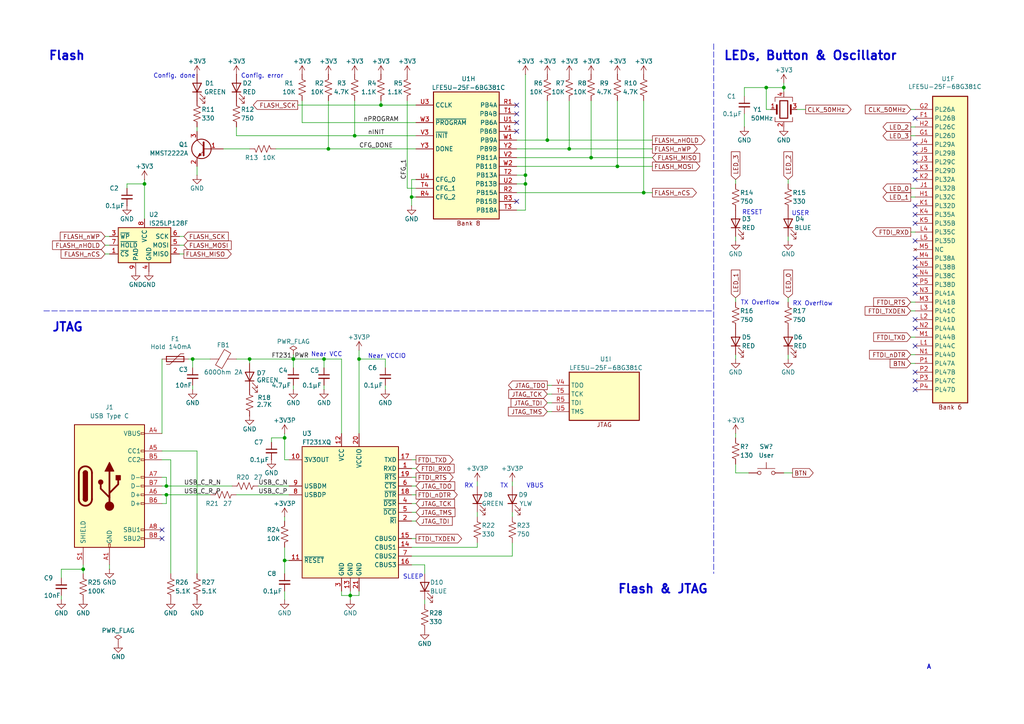
<source format=kicad_sch>
(kicad_sch (version 20231120) (generator "eeschema") (generator_version "8.0")
  (paper "A4")
  (junction (at 85.09 104.14))
  (junction (at 227.33 25.4))
  (junction (at 101.6 172.72))
  (junction (at 95.25 43.18))
  (junction (at 24.13 165.1))
  (junction (at 186.69 55.88))
  (junction (at 165.1 43.18))
  (junction (at 82.55 127))
  (junction (at 119.38 57.15))
  (junction (at 72.39 104.14))
  (junction (at 171.45 45.72))
  (junction (at 222.25 25.4))
  (junction (at 158.75 40.64))
  (junction (at 152.4 53.34))
  (junction (at 179.07 48.26))
  (junction (at 102.87 39.37))
  (junction (at 41.91 53.34))
  (junction (at 48.26 140.97))
  (junction (at 104.14 104.14))
  (junction (at 48.26 143.51))
  (junction (at 110.49 30.48))
  (junction (at 55.88 104.14))
  (junction (at 93.98 104.14))
  (junction (at 152.4 50.8))
  (junction (at 82.55 162.56))
  (no_connect (at 46.99 156.21))
  (no_connect (at 265.43 52.07))
  (no_connect (at 265.43 69.85))
  (no_connect (at 149.86 30.48))
  (no_connect (at 265.43 80.01))
  (no_connect (at 149.86 38.1))
  (no_connect (at 265.43 46.99))
  (no_connect (at 265.43 62.23))
  (no_connect (at 265.43 107.95))
  (no_connect (at 265.43 49.53))
  (no_connect (at 149.86 33.02))
  (no_connect (at 265.43 64.77))
  (no_connect (at 265.43 77.47))
  (no_connect (at 265.43 100.33))
  (no_connect (at 265.43 95.25))
  (no_connect (at 149.86 58.42))
  (no_connect (at 265.43 110.49))
  (no_connect (at 265.43 92.71))
  (no_connect (at 46.99 153.67))
  (no_connect (at 265.43 41.91))
  (no_connect (at 149.86 35.56))
  (no_connect (at 265.43 113.03))
  (no_connect (at 265.43 85.09))
  (no_connect (at 265.43 74.93))
  (no_connect (at 265.43 82.55))
  (no_connect (at 265.43 34.29))
  (no_connect (at 265.43 59.69))
  (no_connect (at 265.43 44.45))
  (wire (pts (xy 186.69 55.88) (xy 189.23 55.88)))
  (wire (pts (xy 55.88 104.14) (xy 55.88 106.68)))
  (wire (pts (xy 165.1 43.18) (xy 189.23 43.18)))
  (wire (pts (xy 46.99 146.05) (xy 48.26 146.05)))
  (wire (pts (xy 264.16 87.63) (xy 265.43 87.63)))
  (wire (pts (xy 46.99 130.81) (xy 57.15 130.81)))
  (wire (pts (xy 82.55 158.75) (xy 82.55 162.56)))
  (wire (pts (xy 119.38 161.29) (xy 148.59 161.29)))
  (wire (pts (xy 52.07 71.12) (xy 53.34 71.12)))
  (wire (pts (xy 158.75 116.84) (xy 160.02 116.84)))
  (wire (pts (xy 119.38 156.21) (xy 120.65 156.21)))
  (wire (pts (xy 222.25 25.4) (xy 227.33 25.4)))
  (wire (pts (xy 119.38 138.43) (xy 120.65 138.43)))
  (wire (pts (xy 101.6 172.72) (xy 104.14 172.72)))
  (wire (pts (xy 119.38 57.15) (xy 119.38 59.69)))
  (wire (pts (xy 264.16 67.31) (xy 265.43 67.31)))
  (wire (pts (xy 41.91 52.07) (xy 41.91 53.34)))
  (wire (pts (xy 74.93 140.97) (xy 83.82 140.97)))
  (wire (pts (xy 186.69 29.21) (xy 186.69 55.88)))
  (wire (pts (xy 215.9 36.83) (xy 215.9 33.02)))
  (wire (pts (xy 222.25 31.75) (xy 222.25 25.4)))
  (wire (pts (xy 148.59 161.29) (xy 148.59 157.48)))
  (wire (pts (xy 85.09 104.14) (xy 93.98 104.14)))
  (wire (pts (xy 93.98 111.76) (xy 93.98 113.03)))
  (wire (pts (xy 149.86 40.64) (xy 158.75 40.64)))
  (wire (pts (xy 119.38 148.59) (xy 120.65 148.59)))
  (wire (pts (xy 104.14 101.6) (xy 104.14 104.14)))
  (wire (pts (xy 138.43 139.7) (xy 138.43 140.97)))
  (wire (pts (xy 213.36 137.16) (xy 217.17 137.16)))
  (wire (pts (xy 111.76 104.14) (xy 111.76 106.68)))
  (wire (pts (xy 148.59 148.59) (xy 148.59 149.86)))
  (wire (pts (xy 228.6 68.58) (xy 228.6 69.85)))
  (wire (pts (xy 24.13 163.83) (xy 24.13 165.1)))
  (wire (pts (xy 138.43 158.75) (xy 138.43 157.48)))
  (wire (pts (xy 213.36 125.73) (xy 213.36 127)))
  (wire (pts (xy 31.75 163.83) (xy 31.75 165.1)))
  (wire (pts (xy 228.6 102.87) (xy 228.6 104.14)))
  (wire (pts (xy 78.74 127) (xy 82.55 127)))
  (wire (pts (xy 102.87 39.37) (xy 102.87 29.21)))
  (wire (pts (xy 264.16 39.37) (xy 265.43 39.37)))
  (wire (pts (xy 165.1 29.21) (xy 165.1 43.18)))
  (wire (pts (xy 264.16 57.15) (xy 265.43 57.15)))
  (wire (pts (xy 119.38 158.75) (xy 138.43 158.75)))
  (wire (pts (xy 120.65 52.07) (xy 119.38 52.07)))
  (wire (pts (xy 158.75 114.3) (xy 160.02 114.3)))
  (wire (pts (xy 152.4 60.96) (xy 152.4 53.34)))
  (wire (pts (xy 227.33 25.4) (xy 227.33 26.67)))
  (polyline (pts (xy 207.01 12.7) (xy 207.01 166.37)) (stroke (width 0) (type dash)))
  (wire (pts (xy 123.19 173.99) (xy 123.19 175.26)))
  (wire (pts (xy 57.15 50.8) (xy 57.15 48.26)))
  (wire (pts (xy 85.09 104.14) (xy 85.09 102.87)))
  (wire (pts (xy 95.25 43.18) (xy 95.25 29.21)))
  (wire (pts (xy 110.49 29.21) (xy 110.49 30.48)))
  (wire (pts (xy 86.36 30.48) (xy 110.49 30.48)))
  (wire (pts (xy 82.55 125.73) (xy 82.55 127)))
  (wire (pts (xy 83.82 133.35) (xy 82.55 133.35)))
  (polyline (pts (xy 12.7 90.17) (xy 207.01 90.17)) (stroke (width 0) (type dash)))
  (wire (pts (xy 104.14 104.14) (xy 111.76 104.14)))
  (wire (pts (xy 68.58 104.14) (xy 72.39 104.14)))
  (wire (pts (xy 17.78 165.1) (xy 24.13 165.1)))
  (wire (pts (xy 46.99 143.51) (xy 48.26 143.51)))
  (wire (pts (xy 213.36 68.58) (xy 213.36 69.85)))
  (wire (pts (xy 93.98 104.14) (xy 93.98 106.68)))
  (wire (pts (xy 119.38 135.89) (xy 120.65 135.89)))
  (wire (pts (xy 52.07 73.66) (xy 53.34 73.66)))
  (wire (pts (xy 57.15 36.83) (xy 57.15 38.1)))
  (wire (pts (xy 48.26 143.51) (xy 48.26 146.05)))
  (wire (pts (xy 149.86 60.96) (xy 152.4 60.96)))
  (wire (pts (xy 119.38 140.97) (xy 120.65 140.97)))
  (wire (pts (xy 119.38 163.83) (xy 123.19 163.83)))
  (wire (pts (xy 213.36 87.63) (xy 213.36 86.36)))
  (wire (pts (xy 30.48 73.66) (xy 31.75 73.66)))
  (wire (pts (xy 264.16 102.87) (xy 265.43 102.87)))
  (wire (pts (xy 82.55 162.56) (xy 82.55 166.37)))
  (wire (pts (xy 223.52 31.75) (xy 222.25 31.75)))
  (wire (pts (xy 179.07 48.26) (xy 189.23 48.26)))
  (wire (pts (xy 68.58 36.83) (xy 68.58 39.37)))
  (wire (pts (xy 158.75 40.64) (xy 189.23 40.64)))
  (wire (pts (xy 57.15 130.81) (xy 57.15 166.37)))
  (wire (pts (xy 104.14 172.72) (xy 104.14 171.45)))
  (wire (pts (xy 171.45 29.21) (xy 171.45 45.72)))
  (wire (pts (xy 228.6 53.34) (xy 228.6 52.07)))
  (wire (pts (xy 152.4 53.34) (xy 152.4 50.8)))
  (wire (pts (xy 80.01 43.18) (xy 95.25 43.18)))
  (wire (pts (xy 36.83 53.34) (xy 41.91 53.34)))
  (wire (pts (xy 54.61 104.14) (xy 55.88 104.14)))
  (wire (pts (xy 213.36 102.87) (xy 213.36 104.14)))
  (wire (pts (xy 87.63 35.56) (xy 87.63 29.21)))
  (wire (pts (xy 68.58 143.51) (xy 83.82 143.51)))
  (wire (pts (xy 48.26 143.51) (xy 60.96 143.51)))
  (wire (pts (xy 119.38 52.07) (xy 119.38 57.15)))
  (wire (pts (xy 215.9 25.4) (xy 222.25 25.4)))
  (wire (pts (xy 64.77 43.18) (xy 72.39 43.18)))
  (wire (pts (xy 264.16 36.83) (xy 265.43 36.83)))
  (wire (pts (xy 158.75 29.21) (xy 158.75 40.64)))
  (wire (pts (xy 82.55 162.56) (xy 83.82 162.56)))
  (wire (pts (xy 119.38 57.15) (xy 120.65 57.15)))
  (wire (pts (xy 46.99 104.14) (xy 46.99 125.73)))
  (wire (pts (xy 119.38 146.05) (xy 120.65 146.05)))
  (wire (pts (xy 228.6 87.63) (xy 228.6 86.36)))
  (wire (pts (xy 148.59 139.7) (xy 148.59 140.97)))
  (wire (pts (xy 213.36 53.34) (xy 213.36 52.07)))
  (wire (pts (xy 17.78 167.64) (xy 17.78 165.1)))
  (wire (pts (xy 82.55 171.45) (xy 82.55 173.99)))
  (wire (pts (xy 179.07 29.21) (xy 179.07 48.26)))
  (wire (pts (xy 52.07 68.58) (xy 53.34 68.58)))
  (wire (pts (xy 68.58 39.37) (xy 102.87 39.37)))
  (wire (pts (xy 215.9 27.94) (xy 215.9 25.4)))
  (wire (pts (xy 85.09 111.76) (xy 85.09 113.03)))
  (wire (pts (xy 111.76 111.76) (xy 111.76 113.03)))
  (wire (pts (xy 149.86 50.8) (xy 152.4 50.8)))
  (wire (pts (xy 149.86 55.88) (xy 186.69 55.88)))
  (wire (pts (xy 158.75 119.38) (xy 160.02 119.38)))
  (wire (pts (xy 110.49 30.48) (xy 120.65 30.48)))
  (wire (pts (xy 138.43 148.59) (xy 138.43 149.86)))
  (wire (pts (xy 99.06 104.14) (xy 99.06 125.73)))
  (wire (pts (xy 30.48 68.58) (xy 31.75 68.58)))
  (wire (pts (xy 120.65 43.18) (xy 95.25 43.18)))
  (wire (pts (xy 213.36 134.62) (xy 213.36 137.16)))
  (wire (pts (xy 82.55 149.86) (xy 82.55 151.13)))
  (wire (pts (xy 72.39 104.14) (xy 85.09 104.14)))
  (wire (pts (xy 36.83 53.34) (xy 36.83 54.61)))
  (wire (pts (xy 149.86 45.72) (xy 171.45 45.72)))
  (wire (pts (xy 118.11 29.21) (xy 118.11 54.61)))
  (wire (pts (xy 17.78 172.72) (xy 17.78 173.99)))
  (wire (pts (xy 87.63 35.56) (xy 120.65 35.56)))
  (wire (pts (xy 93.98 104.14) (xy 99.06 104.14)))
  (wire (pts (xy 46.99 133.35) (xy 49.53 133.35)))
  (wire (pts (xy 78.74 128.27) (xy 78.74 127)))
  (wire (pts (xy 227.33 24.13) (xy 227.33 25.4)))
  (wire (pts (xy 264.16 105.41) (xy 265.43 105.41)))
  (wire (pts (xy 41.91 53.34) (xy 41.91 63.5)))
  (wire (pts (xy 149.86 53.34) (xy 152.4 53.34)))
  (wire (pts (xy 264.16 90.17) (xy 265.43 90.17)))
  (wire (pts (xy 120.65 39.37) (xy 102.87 39.37)))
  (wire (pts (xy 55.88 104.14) (xy 60.96 104.14)))
  (wire (pts (xy 227.33 137.16) (xy 229.87 137.16)))
  (wire (pts (xy 99.06 171.45) (xy 99.06 172.72)))
  (wire (pts (xy 231.14 31.75) (xy 233.68 31.75)))
  (wire (pts (xy 24.13 165.1) (xy 24.13 166.37)))
  (wire (pts (xy 152.4 21.59) (xy 152.4 50.8)))
  (wire (pts (xy 48.26 138.43) (xy 48.26 140.97)))
  (wire (pts (xy 55.88 111.76) (xy 55.88 113.03)))
  (wire (pts (xy 119.38 143.51) (xy 120.65 143.51)))
  (wire (pts (xy 123.19 163.83) (xy 123.19 166.37)))
  (wire (pts (xy 85.09 104.14) (xy 85.09 106.68)))
  (wire (pts (xy 119.38 133.35) (xy 120.65 133.35)))
  (wire (pts (xy 99.06 172.72) (xy 101.6 172.72)))
  (wire (pts (xy 104.14 104.14) (xy 104.14 125.73)))
  (wire (pts (xy 149.86 48.26) (xy 179.07 48.26)))
  (wire (pts (xy 46.99 140.97) (xy 48.26 140.97)))
  (wire (pts (xy 101.6 173.99) (xy 101.6 172.72)))
  (wire (pts (xy 120.65 54.61) (xy 118.11 54.61)))
  (wire (pts (xy 119.38 151.13) (xy 120.65 151.13)))
  (wire (pts (xy 171.45 45.72) (xy 189.23 45.72)))
  (wire (pts (xy 48.26 140.97) (xy 67.31 140.97)))
  (wire (pts (xy 72.39 105.41) (xy 72.39 104.14)))
  (wire (pts (xy 264.16 97.79) (xy 265.43 97.79)))
  (wire (pts (xy 264.16 31.75) (xy 265.43 31.75)))
  (wire (pts (xy 158.75 111.76) (xy 160.02 111.76)))
  (wire (pts (xy 101.6 171.45) (xy 101.6 172.72)))
  (wire (pts (xy 149.86 43.18) (xy 165.1 43.18)))
  (wire (pts (xy 49.53 133.35) (xy 49.53 166.37)))
  (wire (pts (xy 30.48 71.12) (xy 31.75 71.12)))
  (wire (pts (xy 264.16 54.61) (xy 265.43 54.61)))
  (wire (pts (xy 82.55 127) (xy 82.55 133.35)))
  (wire (pts (xy 46.99 138.43) (xy 48.26 138.43)))
  (text "Near VCCIO" (at 106.68 104.14 0) (effects (font (size 1.27 1.27)) (justify left bottom)))
  (text "Flash" (at 13.97 17.78 0) (effects (font (size 2.54 2.54) (thickness 0.508) (bold yes)) (justify left bottom)))
  (text "Near VCC" (at 90.17 103.632 0) (effects (font (size 1.27 1.27)) (justify left bottom)))
  (text "Flash & JTAG" (at 179.07 172.466 0) (effects (font (size 2.54 2.54) (thickness 0.508) (bold yes)) (justify left bottom)))
  (text "SLEEP" (at 116.84 168.148 0) (effects (font (size 1.27 1.27)) (justify left bottom)))
  (text "RX Overflow" (at 235.712 88.138 0) (effects (font (size 1.27 1.27))))
  (text "RX" (at 134.62 141.732 0) (effects (font (size 1.27 1.27)) (justify left bottom)))
  (text "LEDs, Button & Oscillator" (at 209.804 17.78 0) (effects (font (size 2.54 2.54) (thickness 0.508) (bold yes)) (justify left bottom)))
  (text "RESET" (at 218.186 61.722 0) (effects (font (size 1.27 1.27))))
  (text "VBUS" (at 152.654 141.732 0) (effects (font (size 1.27 1.27)) (justify left bottom)))
  (text "Config. done" (at 44.45 22.86 0) (effects (font (size 1.27 1.27)) (justify left bottom)))
  (text "TX" (at 145.034 141.732 0) (effects (font (size 1.27 1.27)) (justify left bottom)))
  (text "JTAG" (at 14.986 96.52 0) (effects (font (size 2.54 2.54) (thickness 0.508) (bold yes)) (justify left bottom)))
  (text "A" (at 268.732 194.31 0) (effects (font (size 1.27 1.27) (thickness 0.254) (bold yes)) (justify left bottom)))
  (text "Config. error" (at 69.85 22.86 0) (effects (font (size 1.27 1.27)) (justify left bottom)))
  (text "USER" (at 232.156 61.976 0) (effects (font (size 1.27 1.27))))
  (text "TX Overflow" (at 220.472 87.884 0) (effects (font (size 1.27 1.27))))
  (label "USB_C_P" (at 74.93 143.51 0))
  (label "USB_C_R_N" (at 53.34 140.97 0))
  (label "FT231_PWR" (at 78.74 104.14 0))
  (label "CFG_DONE" (at 104.14 43.18 0))
  (label "nPROGRAM" (at 105.41 35.56 0))
  (label "nINIT" (at 106.68 39.37 0))
  (label "USB_C_R_P" (at 53.34 143.51 0))
  (label "USB_C_N" (at 74.93 140.97 0))
  (label "CFG_1" (at 118.11 52.07 90))
  (global_label "FLASH_SCK" (shape output) (at 86.36 30.48 180) (property "Intersheetrefs" "${INTERSHEET_REFS}" (effects (hide yes))))
  (global_label "FLASH_MISO" (shape input) (at 189.23 45.72 0) (property "Intersheetrefs" "${INTERSHEET_REFS}" (effects (hide yes))))
  (global_label "FLASH_MOSI" (shape input) (at 53.34 71.12 0) (property "Intersheetrefs" "${INTERSHEET_REFS}" (effects (hide yes))))
  (global_label "LED_2" (shape input) (at 228.6 52.07 90) (property "Intersheetrefs" "${INTERSHEET_REFS}" (effects (hide yes))))
  (global_label "FLASH_nWP" (shape input) (at 30.48 68.58 180) (property "Intersheetrefs" "${INTERSHEET_REFS}" (effects (hide yes))))
  (global_label "JTAG_TMS" (shape input) (at 120.65 148.59 0) (property "Intersheetrefs" "${INTERSHEET_REFS}" (effects (hide yes))))
  (global_label "FTDI_TXD" (shape output) (at 120.65 133.35 0) (property "Intersheetrefs" "${INTERSHEET_REFS}" (effects (hide yes))))
  (global_label "LED_3" (shape output) (at 264.16 39.37 180) (property "Intersheetrefs" "${INTERSHEET_REFS}" (effects (hide yes))))
  (global_label "JTAG_TCK" (shape input) (at 120.65 146.05 0) (property "Intersheetrefs" "${INTERSHEET_REFS}" (effects (hide yes))))
  (global_label "FTDI_RTS" (shape input) (at 264.16 87.63 180) (property "Intersheetrefs" "${INTERSHEET_REFS}" (effects (hide yes))))
  (global_label "FTDI_RTS" (shape output) (at 120.65 138.43 0) (property "Intersheetrefs" "${INTERSHEET_REFS}" (effects (hide yes))))
  (global_label "FLASH_nCS" (shape output) (at 189.23 55.88 0) (property "Intersheetrefs" "${INTERSHEET_REFS}" (effects (hide yes))))
  (global_label "FLASH_nWP" (shape output) (at 189.23 43.18 0) (property "Intersheetrefs" "${INTERSHEET_REFS}" (effects (hide yes))))
  (global_label "LED_2" (shape output) (at 264.16 36.83 180) (property "Intersheetrefs" "${INTERSHEET_REFS}" (effects (hide yes))))
  (global_label "JTAG_TDI" (shape input) (at 158.75 116.84 180) (property "Intersheetrefs" "${INTERSHEET_REFS}" (effects (hide yes))))
  (global_label "FTDI_nDTR" (shape output) (at 120.65 143.51 0) (property "Intersheetrefs" "${INTERSHEET_REFS}" (effects (hide yes))))
  (global_label "LED_1" (shape output) (at 264.16 57.15 180) (property "Intersheetrefs" "${INTERSHEET_REFS}" (effects (hide yes))))
  (global_label "LED_1" (shape input) (at 213.36 86.36 90) (property "Intersheetrefs" "${INTERSHEET_REFS}" (effects (hide yes))))
  (global_label "FLASH_nHOLD" (shape output) (at 189.23 40.64 0) (property "Intersheetrefs" "${INTERSHEET_REFS}" (effects (hide yes))))
  (global_label "FTDI_TXD" (shape input) (at 264.16 97.79 180) (property "Intersheetrefs" "${INTERSHEET_REFS}" (effects (hide yes))))
  (global_label "LED_3" (shape input) (at 213.36 52.07 90) (property "Intersheetrefs" "${INTERSHEET_REFS}" (effects (hide yes))))
  (global_label "FLASH_SCK" (shape input) (at 53.34 68.58 0) (property "Intersheetrefs" "${INTERSHEET_REFS}" (effects (hide yes))))
  (global_label "BTN" (shape output) (at 229.87 137.16 0) (property "Intersheetrefs" "${INTERSHEET_REFS}" (effects (hide yes))))
  (global_label "JTAG_TCK" (shape input) (at 158.75 114.3 180) (property "Intersheetrefs" "${INTERSHEET_REFS}" (effects (hide yes))))
  (global_label "LED_0" (shape input) (at 228.6 86.36 90) (property "Intersheetrefs" "${INTERSHEET_REFS}" (effects (hide yes))))
  (global_label "JTAG_TDO" (shape output) (at 158.75 111.76 180) (property "Intersheetrefs" "${INTERSHEET_REFS}" (effects (hide yes))))
  (global_label "FTDI_RXD" (shape input) (at 120.65 135.89 0) (property "Intersheetrefs" "${INTERSHEET_REFS}" (effects (hide yes))))
  (global_label "FLASH_nHOLD" (shape input) (at 30.48 71.12 180) (property "Intersheetrefs" "${INTERSHEET_REFS}" (effects (hide yes))))
  (global_label "CLK_50MHz" (shape output) (at 233.68 31.75 0) (property "Intersheetrefs" "${INTERSHEET_REFS}" (effects (hide yes))))
  (global_label "BTN" (shape input) (at 264.16 105.41 180) (property "Intersheetrefs" "${INTERSHEET_REFS}" (effects (hide yes))))
  (global_label "FTDI_TXDEN" (shape output) (at 120.65 156.21 0) (property "Intersheetrefs" "${INTERSHEET_REFS}" (effects (hide yes))))
  (global_label "FTDI_RXD" (shape output) (at 264.16 67.31 180) (property "Intersheetrefs" "${INTERSHEET_REFS}" (effects (hide yes))))
  (global_label "JTAG_TDO" (shape input) (at 120.65 140.97 0) (property "Intersheetrefs" "${INTERSHEET_REFS}" (effects (hide yes))))
  (global_label "CLK_50MHz" (shape input) (at 264.16 31.75 180) (property "Intersheetrefs" "${INTERSHEET_REFS}" (effects (hide yes))))
  (global_label "JTAG_TMS" (shape input) (at 158.75 119.38 180) (property "Intersheetrefs" "${INTERSHEET_REFS}" (effects (hide yes))))
  (global_label "FTDI_nDTR" (shape input) (at 264.16 102.87 180) (property "Intersheetrefs" "${INTERSHEET_REFS}" (effects (hide yes))))
  (global_label "FLASH_nCS" (shape input) (at 30.48 73.66 180) (property "Intersheetrefs" "${INTERSHEET_REFS}" (effects (hide yes))))
  (global_label "FTDI_TXDEN" (shape input) (at 264.16 90.17 180) (property "Intersheetrefs" "${INTERSHEET_REFS}" (effects (hide yes))))
  (global_label "FLASH_MOSI" (shape output) (at 189.23 48.26 0) (property "Intersheetrefs" "${INTERSHEET_REFS}" (effects (hide yes))))
  (global_label "JTAG_TDI" (shape input) (at 120.65 151.13 0) (property "Intersheetrefs" "${INTERSHEET_REFS}" (effects (hide yes))))
  (global_label "LED_0" (shape output) (at 264.16 54.61 180) (property "Intersheetrefs" "${INTERSHEET_REFS}" (effects (hide yes))))
  (global_label "FLASH_MISO" (shape output) (at 53.34 73.66 0) (property "Intersheetrefs" "${INTERSHEET_REFS}" (effects (hide yes))))
  (symbol (lib_id "power:+3.3V") (at 57.15 21.59 0) (unit 1) (in_bom no)
    (property "Reference" "#PWR01" (effects (hide yes)))
    (property "Value" "+3V3" (at 57.15 17.78 0))
    (property "Description" "Power symbol creates a global label with name \"+3V3\"" (effects (hide yes)))
  )
  (symbol (lib_id "Device:R_US") (at 165.1 25.4 0) (mirror y) (unit 1)
    (property "Reference" "R7" (at 163.83 24.13 0) (effects (justify left)))
    (property "Value" "10K" (at 163.83 26.67 0) (effects (justify left)))
    (property "Footprint" "Resistor_SMD:R_0603_1608Metric" (effects (hide yes)))
    (property "Description" "RES SMD 10K OHM 1% 1/10W 0603" (effects (hide yes)))
    (property "Manufacturer" "Panasonic Electronic Components" (effects (hide yes)))
    (property "MPN" "ERJ-3EKF1002V" (effects (hide yes)))
  )
  (symbol (lib_id "Device:C_Small") (at 36.83 57.15 0) (unit 1)
    (property "Reference" "C2" (at 31.75 54.61 0) (effects (justify left)))
    (property "Value" "0.1µF" (at 30.48 59.69 0) (effects (justify left)))
    (property "Footprint" "Capacitor_SMD:C_0603_1608Metric" (effects (hide yes)))
    (property "Description" "CAP CER 0.1UF 50V X7R 0603" (effects (hide yes)))
    (property "Manufacturer" "Samsung Electro-Mechanics" (effects (hide yes)))
    (property "MPN" "CL10B104KB8NNNC" (effects (hide yes)))
  )
  (symbol (lib_id "Device:R_US") (at 213.36 91.44 0) (unit 1)
    (property "Reference" "R16" (at 214.63 90.17 0) (effects (justify left)))
    (property "Value" "750" (at 214.63 92.71 0) (effects (justify left)))
    (property "Footprint" "Resistor_SMD:R_0603_1608Metric" (effects (hide yes)))
    (property "Description" "RES SMD 750 OHM 1% 1/10W 0603" (effects (hide yes)))
    (property "Manufacturer" "Panasonic Electronic Components" (effects (hide yes)))
    (property "MPN" "ERJ-3EKF7500V" (effects (hide yes)))
  )
  (symbol (lib_id "ECP5_TX_AUDIO:FT231XQ") (at 101.6 148.59 0) (unit 1)
    (property "Reference" "U3" (at 87.63 125.73 0) (effects (justify left)))
    (property "Value" "FT231XQ" (at 87.63 128.27 0) (effects (justify left)))
    (property "Footprint" "Package_DFN_QFN:QFN-20-1EP_4x4mm_P0.5mm_EP2.5x2.5mm" (effects (hide yes)))
    (property "Datasheet" "https://www.ftdichip.com/Support/Documents/DataSheets/ICs/DS_FT231X.pdf" (effects (hide yes)))
    (property "Description" "IC USB SERIAL FULL UART 20QFN" (effects (hide yes)))
    (property "Manufacturer" "FTDI, Future Technology Devices International Ltd" (effects (hide yes)))
    (property "MPN" "FT231XQ-R" (effects (hide yes)))
    (instances (project "ECP5" (path "" (reference "U3") (unit 1))) (project "FT231X" (path "" (reference "U?") (unit 1))))
  )
  (symbol (lib_id "power:+3.3V") (at 41.91 52.07 0) (unit 1) (in_bom no)
    (property "Reference" "#PWR017" (effects (hide yes)))
    (property "Value" "+3V3" (at 41.91 48.26 0))
    (property "Description" "Power symbol creates a global label with name \"+3V3\"" (effects (hide yes)))
  )
  (symbol (lib_id "Device:R_US") (at 76.2 43.18 90) (mirror x) (unit 1)
    (property "Reference" "R13" (at 74.93 45.72 90) (effects (justify left)))
    (property "Value" "10K" (at 80.01 45.72 90) (effects (justify left)))
    (property "Footprint" "Resistor_SMD:R_0603_1608Metric" (effects (hide yes)))
    (property "Description" "RES SMD 10K OHM 1% 1/10W 0603" (effects (hide yes)))
    (property "Manufacturer" "Panasonic Electronic Components" (effects (hide yes)))
    (property "MPN" "ERJ-3EKF1002V" (effects (hide yes)))
  )
  (symbol (lib_id "Device:LED") (at 213.36 99.06 90) (unit 1)
    (property "Reference" "D5" (at 215.138 97.79 90) (effects (justify right)))
    (property "Value" "RED" (at 215.138 100.33 90) (effects (justify right)))
    (property "Footprint" "LED_SMD:LED_0603_1608Metric" (effects (hide yes)))
    (property "Description" "LED RED CLEAR 2SMD" (effects (hide yes)))
    (property "Manufacturer" "Kingbright" (effects (hide yes)))
    (property "MPN" "APT1608LSECK/J3-PRV" (effects (hide yes)))
  )
  (symbol (lib_id "Device:R_US") (at 82.55 154.94 0) (mirror y) (unit 1)
    (property "Reference" "R24" (at 81.28 153.67 0) (effects (justify left)))
    (property "Value" "10K" (at 81.28 156.21 0) (effects (justify left)))
    (property "Footprint" "Resistor_SMD:R_0603_1608Metric" (effects (hide yes)))
    (property "Description" "RES SMD 10K OHM 1% 1/10W 0603" (effects (hide yes)))
    (property "Manufacturer" "Panasonic Electronic Components" (effects (hide yes)))
    (property "MPN" "ERJ-3EKF1002V" (effects (hide yes)))
    (instances (project "ECP5" (path "" (reference "R24") (unit 1))) (project "FT231X" (path "" (reference "R?") (unit 1))))
  )
  (symbol (lib_id "power:GND") (at 213.36 69.85 0) (unit 1)
    (property "Reference" "#PWR021" (effects (hide yes)))
    (property "Value" "GND" (at 213.36 73.66 0))
    (property "Description" "Power symbol creates a global label with name \"GND\" , ground" (effects (hide yes)))
  )
  (symbol (lib_id "Device:R_US") (at 171.45 25.4 0) (mirror y) (unit 1)
    (property "Reference" "R8" (at 170.18 24.13 0) (effects (justify left)))
    (property "Value" "10K" (at 170.18 26.67 0) (effects (justify left)))
    (property "Footprint" "Resistor_SMD:R_0603_1608Metric" (effects (hide yes)))
    (property "Description" "RES SMD 10K OHM 1% 1/10W 0603" (effects (hide yes)))
    (property "Manufacturer" "Panasonic Electronic Components" (effects (hide yes)))
    (property "MPN" "ERJ-3EKF1002V" (effects (hide yes)))
  )
  (symbol (lib_id "Device:C_Small") (at 78.74 130.81 0) (unit 1)
    (property "Reference" "C7" (at 73.66 128.27 0) (effects (justify left)))
    (property "Value" "0.1µF" (at 72.39 133.35 0) (effects (justify left)))
    (property "Footprint" "Capacitor_SMD:C_0603_1608Metric" (effects (hide yes)))
    (property "Description" "CAP CER 0.1UF 50V X7R 0603" (effects (hide yes)))
    (property "Manufacturer" "Samsung Electro-Mechanics" (effects (hide yes)))
    (property "MPN" "CL10B104KB8NNNC" (effects (hide yes)))
    (instances (project "ECP5" (path "" (reference "C7") (unit 1))) (project "FT231X" (path "" (reference "C?") (unit 1))))
  )
  (symbol (lib_id "Device:R_US") (at 57.15 33.02 0) (unit 1)
    (property "Reference" "R11" (at 58.42 31.75 0) (effects (justify left)))
    (property "Value" "330" (at 58.42 34.29 0) (effects (justify left)))
    (property "Footprint" "Resistor_SMD:R_0603_1608Metric" (effects (hide yes)))
    (property "Description" "RES SMD 330 OHM 1% 1/10W 0603" (effects (hide yes)))
    (property "Manufacturer" "Panasonic Electronic Components" (effects (hide yes)))
    (property "MPN" "ERJ-3EKF3300V" (effects (hide yes)))
  )
  (symbol (lib_id "power:GND") (at 55.88 113.03 0) (unit 1)
    (property "Reference" "#PWR028" (effects (hide yes)))
    (property "Value" "GND" (at 55.88 116.84 0))
    (property "Description" "Power symbol creates a global label with name \"GND\" , ground" (effects (hide yes)))
    (instances (project "ECP5" (path "" (reference "#PWR028") (unit 1))) (project "FT231X" (path "" (reference "#PWR?") (unit 1))))
  )
  (symbol (lib_id "Device:C_Small") (at 85.09 109.22 0) (unit 1)
    (property "Reference" "C4" (at 80.772 107.442 0) (effects (justify left)))
    (property "Value" "4.7µF" (at 78.74 111.76 0) (effects (justify left)))
    (property "Footprint" "Capacitor_SMD:C_0603_1608Metric" (effects (hide yes)))
    (property "Description" "CAP CER 4.7UF 10V X5R 0603" (effects (hide yes)))
    (property "Manufacturer" "Samsung Electro-Mechanics" (effects (hide yes)))
    (property "MPN" "CL10A475KP8NNNC" (effects (hide yes)))
    (instances (project "ECP5" (path "" (reference "C4") (unit 1))) (project "FT231X" (path "" (reference "C?") (unit 1))))
  )
  (symbol (lib_id "Device:Crystal_GND24") (at 227.33 31.75 0) (mirror x) (unit 1)
    (property "Reference" "Y1" (at 219.71 31.75 0))
    (property "Value" "50MHz" (at 220.98 34.29 0))
    (property "Footprint" "ECP5_TX_AUDIO:Oscillator_SMD_Diodes_FN-4Pin_7.0x5.0mm" (effects (hide yes)))
    (property "Description" "XTAL OSC XO 50MHZ HCMOS SMD" (effects (hide yes)))
    (property "Manufacturer" "ECS Inc." (effects (hide yes)))
    (property "MPN" "ECS-7050MV-500-DM-TR" (effects (hide yes)))
  )
  (symbol (lib_id "power:+3.3V") (at 165.1 21.59 0) (unit 1) (in_bom no)
    (property "Reference" "#PWR010" (effects (hide yes)))
    (property "Value" "+3V3" (at 165.1 17.78 0))
    (property "Description" "Power symbol creates a global label with name \"+3V3\"" (effects (hide yes)))
  )
  (symbol (lib_id "ECP5_TX_AUDIO:USB_C_Receptacle_USB2.0") (at 31.75 140.97 0) (unit 1)
    (property "Reference" "J1" (at 31.75 118.11 0))
    (property "Value" "USB Type C" (at 31.75 120.65 0))
    (property "Footprint" "ECP5_TX_AUDIO:USB_C_Receptacle_GCT_USB4105-xx-A_16P_TopMnt_Horizontal" (effects (hide yes)))
    (property "Datasheet" "https://www.usb.org/sites/default/files/documents/usb_type-c.zip" (effects (hide yes)))
    (property "Description" "CONN RCP USB2.0 TYP C 24P SMD RA" (effects (hide yes)))
    (property "MPN" "USB4105-GF-A-120" (effects (hide yes)))
    (property "Manufacturer" "GCT" (effects (hide yes)))
    (instances (project "ECP5" (path "" (reference "J1") (unit 1))) (project "FT231X" (path "" (reference "J?") (unit 1))))
  )
  (symbol (lib_id "Device:LED") (at 72.39 109.22 90) (unit 1)
    (property "Reference" "D7" (at 74.422 108.204 90) (effects (justify right)))
    (property "Value" "GREEN" (at 74.422 110.236 90) (effects (justify right)))
    (property "Footprint" "LED_SMD:LED_0603_1608Metric" (effects (hide yes)))
    (property "Description" "LED GREEN CLEAR 2SMD" (effects (hide yes)))
    (property "MPN" "APT1608LZGCK" (effects (hide yes)))
    (property "Manufacturer" "Kingbright" (effects (hide yes)))
  )
  (symbol (lib_id "power:+3.3VP") (at 148.59 139.7 0) (unit 1)
    (property "Reference" "#PWR037" (effects (hide yes)))
    (property "Value" "+3V3P" (at 148.59 135.89 0))
    (property "Description" "Power symbol creates a global label with name \"+3V3P\"" (effects (hide yes)))
    (instances (project "ECP5" (path "" (reference "#PWR037") (unit 1))) (project "FT231X" (path "" (reference "#PWR?") (unit 1))))
  )
  (symbol (lib_id "ECP5_TX_AUDIO:LFE5U-25F-xBG381x") (at 135.89 45.72 0) (unit 8)
    (property "Reference" "U1" (at 135.89 22.86 0))
    (property "Value" "LFE5U-25F-6BG381C" (at 135.89 25.4 0))
    (property "Footprint" "ECP5_TX_AUDIO:BGA-381_pitch0.8mm_dia0.4mm" (effects (hide yes)))
    (property "Datasheet" "https://www.latticesemi.com/view_document?document_id=50461" (effects (hide yes)))
    (property "Description" "ECP5 FPGA, 25K LUTs, 1.2V, BGA-381" (effects (hide yes)))
    (property "Manufacturer" "Lattice Semiconductor Corporation" (effects (hide yes)))
    (property "MPN" "LFE5U-25F-6BG381C" (effects (hide yes)))
  )
  (symbol (lib_id "power:GND") (at 57.15 173.99 0) (unit 1)
    (property "Reference" "#PWR043" (effects (hide yes)))
    (property "Value" "GND" (at 57.15 177.8 0))
    (property "Description" "Power symbol creates a global label with name \"GND\" , ground" (effects (hide yes)))
    (instances (project "ECP5" (path "" (reference "#PWR043") (unit 1))) (project "FT231X" (path "" (reference "#PWR?") (unit 1))))
  )
  (symbol (lib_id "Device:LED") (at 57.15 25.4 90) (unit 1)
    (property "Reference" "D1" (at 59.436 24.13 90) (effects (justify right)))
    (property "Value" "GREEN" (at 59.182 26.67 90) (effects (justify right)))
    (property "Footprint" "LED_SMD:LED_0603_1608Metric" (effects (hide yes)))
    (property "Description" "LED GREEN CLEAR 2SMD" (effects (hide yes)))
    (property "Manufacturer" "Kingbright" (effects (hide yes)))
    (property "MPN" "APT1608LZGCK" (effects (hide yes)))
  )
  (symbol (lib_id "power:GND") (at 111.76 113.03 0) (unit 1)
    (property "Reference" "#PWR031" (effects (hide yes)))
    (property "Value" "GND" (at 111.76 116.84 0))
    (property "Description" "Power symbol creates a global label with name \"GND\" , ground" (effects (hide yes)))
    (instances (project "ECP5" (path "" (reference "#PWR031") (unit 1))) (project "FT231X" (path "" (reference "#PWR?") (unit 1))))
  )
  (symbol (lib_id "power:+3.3V") (at 118.11 21.59 0) (unit 1) (in_bom no)
    (property "Reference" "#PWR07" (effects (hide yes)))
    (property "Value" "+3V3" (at 118.11 17.78 0))
    (property "Description" "Power symbol creates a global label with name \"+3V3\"" (effects (hide yes)))
  )
  (symbol (lib_id "Device:R_US") (at 118.11 25.4 0) (mirror y) (unit 1)
    (property "Reference" "R5" (at 116.84 24.13 0) (effects (justify left)))
    (property "Value" "1.1K" (at 116.84 26.67 0) (effects (justify left)))
    (property "Footprint" "Resistor_SMD:R_0603_1608Metric" (effects (hide yes)))
    (property "Description" "RES SMD 1.1K OHM 1% 1/10W 0603" (effects (hide yes)))
    (property "Manufacturer" "Panasonic Electronic Components" (effects (hide yes)))
    (property "MPN" "ERJ-3EKF1101V" (effects (hide yes)))
  )
  (symbol (lib_id "power:GND") (at 24.13 173.99 0) (unit 1)
    (property "Reference" "#PWR041" (effects (hide yes)))
    (property "Value" "GND" (at 24.13 177.8 0))
    (property "Description" "Power symbol creates a global label with name \"GND\" , ground" (effects (hide yes)))
    (instances (project "ECP5" (path "" (reference "#PWR041") (unit 1))) (project "FT231X" (path "" (reference "#PWR?") (unit 1))))
  )
  (symbol (lib_id "power:PWR_FLAG") (at 85.09 102.87 0) (unit 1)
    (property "Reference" "#FLG01" (effects (hide yes)))
    (property "Value" "PWR_FLAG" (at 85.09 99.06 0))
    (property "Description" "Special symbol for telling ERC where power comes from" (effects (hide yes)))
    (instances (project "ECP5" (path "" (reference "#FLG01") (unit 1))) (project "FT231X" (path "" (reference "#FLG?") (unit 1))))
  )
  (symbol (lib_id "Device:R_US") (at 68.58 33.02 0) (unit 1)
    (property "Reference" "R12" (at 69.85 31.75 0) (effects (justify left)))
    (property "Value" "750" (at 69.85 34.29 0) (effects (justify left)))
    (property "Footprint" "Resistor_SMD:R_0603_1608Metric" (effects (hide yes)))
    (property "Description" "RES SMD 750 OHM 1% 1/10W 0603" (effects (hide yes)))
    (property "Manufacturer" "Panasonic Electronic Components" (effects (hide yes)))
    (property "MPN" "ERJ-3EKF7500V" (effects (hide yes)))
  )
  (symbol (lib_id "Device:R_US") (at 102.87 25.4 180) (unit 1)
    (property "Reference" "R3" (at 99.06 24.13 0))
    (property "Value" "4.7K" (at 99.06 26.67 0))
    (property "Footprint" "Resistor_SMD:R_0603_1608Metric" (effects (hide yes)))
    (property "Description" "RES SMD 4.7K OHM 1% 1/10W 0603" (effects (hide yes)))
    (property "Manufacturer" "Panasonic Electronic Components" (effects (hide yes)))
    (property "MPN" "ERJ-3EKF4701V" (effects (hide yes)))
  )
  (symbol (lib_id "Device:R_US") (at 228.6 57.15 0) (unit 1)
    (property "Reference" "R15" (at 229.87 55.88 0) (effects (justify left)))
    (property "Value" "330" (at 229.87 58.42 0) (effects (justify left)))
    (property "Footprint" "Resistor_SMD:R_0603_1608Metric" (effects (hide yes)))
    (property "Description" "RES SMD 330 OHM 1% 1/10W 0603" (effects (hide yes)))
    (property "Manufacturer" "Panasonic Electronic Components" (effects (hide yes)))
    (property "MPN" "ERJ-3EKF3300V" (effects (hide yes)))
  )
  (symbol (lib_id "Device:R_US") (at 72.39 116.84 0) (unit 1)
    (property "Reference" "R18" (at 74.676 115.316 0) (effects (justify left)))
    (property "Value" "2.7K" (at 74.422 117.348 0) (effects (justify left)))
    (property "Footprint" "Resistor_SMD:R_0603_1608Metric" (effects (hide yes)))
    (property "Description" "RES SMD 2.7K OHM 1% 1/10W 0603" (effects (hide yes)))
    (property "MPN" "ERJ-3EKF2701V" (effects (hide yes)))
    (property "Manufacturer" "Panasonic Electronic Components" (effects (hide yes)))
  )
  (symbol (lib_id "power:GND") (at 17.78 173.99 0) (unit 1)
    (property "Reference" "#PWR040" (effects (hide yes)))
    (property "Value" "GND" (at 17.78 177.8 0))
    (property "Description" "Power symbol creates a global label with name \"GND\" , ground" (effects (hide yes)))
    (instances (project "ECP5" (path "" (reference "#PWR040") (unit 1))) (project "FT231X" (path "" (reference "#PWR?") (unit 1))))
  )
  (symbol (lib_id "power:GND") (at 82.55 173.99 0) (unit 1)
    (property "Reference" "#PWR044" (effects (hide yes)))
    (property "Value" "GND" (at 82.55 177.8 0))
    (property "Description" "Power symbol creates a global label with name \"GND\" , ground" (effects (hide yes)))
    (instances (project "ECP5" (path "" (reference "#PWR044") (unit 1))) (project "FT231X" (path "" (reference "#PWR?") (unit 1))))
  )
  (symbol (lib_id "Device:R_US") (at 71.12 140.97 90) (unit 1)
    (property "Reference" "R20" (at 72.39 138.43 90) (effects (justify left)))
    (property "Value" "27" (at 76.2 138.43 90) (effects (justify left)))
    (property "Footprint" "Resistor_SMD:R_0603_1608Metric" (effects (hide yes)))
    (property "Description" "RES SMD 27 OHM 1% 1/10W 0603" (effects (hide yes)))
    (property "Manufacturer" "Panasonic Electronic Components" (effects (hide yes)))
    (property "MPN" "ERJ-3EKF27R0V" (effects (hide yes)))
    (instances (project "ECP5" (path "" (reference "R20") (unit 1))) (project "FT231X" (path "" (reference "R?") (unit 1))))
  )
  (symbol (lib_id "power:+3.3V") (at 213.36 125.73 0) (unit 1) (in_bom no)
    (property "Reference" "#PWR?" (effects (hide yes)))
    (property "Value" "+3V3" (at 213.36 121.92 0))
    (property "Description" "Power symbol creates a global label with name \"+3V3\"" (effects (hide yes)))
  )
  (symbol (lib_id "Switch:SW_Push") (at 222.25 137.16 0) (unit 1)
    (property "Reference" "SW?" (at 222.25 129.54 0))
    (property "Value" "User" (at 222.25 132.08 0))
    (property "Footprint" "Button_Switch_SMD:SW_SPST_PTS645" (effects (hide yes)))
    (property "Description" "SWITCH TACTILE SPST-NO 0.05A 12V" (effects (hide yes)))
    (property "MPN" "PTS645SK43SMTR92 LFS" (effects (hide yes)))
    (property "Manufacturer" "C&K" (effects (hide yes)))
  )
  (symbol (lib_id "Device:R_US") (at 49.53 170.18 0) (unit 1)
    (property "Reference" "R26" (at 50.8 168.91 0) (effects (justify left)))
    (property "Value" "5.1K" (at 50.8 171.45 0) (effects (justify left)))
    (property "Footprint" "Resistor_SMD:R_0603_1608Metric" (effects (hide yes)))
    (property "Description" "RES SMD 5.1K OHM 1% 1/10W 0603" (effects (hide yes)))
    (property "Manufacturer" "Panasonic Electronic Components" (effects (hide yes)))
    (property "MPN" "ERJ-3EKF5101V" (effects (hide yes)))
    (instances (project "ECP5" (path "" (reference "R26") (unit 1))) (project "FT231X" (path "" (reference "R?") (unit 1))))
  )
  (symbol (lib_id "Device:R_US") (at 179.07 25.4 180) (unit 1)
    (property "Reference" "R9" (at 175.26 24.13 0))
    (property "Value" "4.7K" (at 175.26 26.67 0))
    (property "Footprint" "Resistor_SMD:R_0603_1608Metric" (effects (hide yes)))
    (property "Description" "RES SMD 4.7K OHM 1% 1/10W 0603" (effects (hide yes)))
    (property "Manufacturer" "Panasonic Electronic Components" (effects (hide yes)))
    (property "MPN" "ERJ-3EKF4701V" (effects (hide yes)))
  )
  (symbol (lib_id "power:GND") (at 49.53 173.99 0) (unit 1)
    (property "Reference" "#PWR042" (effects (hide yes)))
    (property "Value" "GND" (at 49.53 177.8 0))
    (property "Description" "Power symbol creates a global label with name \"GND\" , ground" (effects (hide yes)))
    (instances (project "ECP5" (path "" (reference "#PWR042") (unit 1))) (project "FT231X" (path "" (reference "#PWR?") (unit 1))))
  )
  (symbol (lib_id "Device:R_US") (at 186.69 25.4 180) (unit 1)
    (property "Reference" "R10" (at 182.88 24.13 0))
    (property "Value" "4.7K" (at 182.88 26.67 0))
    (property "Footprint" "Resistor_SMD:R_0603_1608Metric" (effects (hide yes)))
    (property "Description" "RES SMD 4.7K OHM 1% 1/10W 0603" (effects (hide yes)))
    (property "Manufacturer" "Panasonic Electronic Components" (effects (hide yes)))
    (property "MPN" "ERJ-3EKF4701V" (effects (hide yes)))
  )
  (symbol (lib_id "Device:R_US") (at 95.25 25.4 0) (mirror y) (unit 1)
    (property "Reference" "R2" (at 93.98 24.13 0) (effects (justify left)))
    (property "Value" "10K" (at 93.98 26.67 0) (effects (justify left)))
    (property "Footprint" "Resistor_SMD:R_0603_1608Metric" (effects (hide yes)))
    (property "Description" "RES SMD 10K OHM 1% 1/10W 0603" (effects (hide yes)))
    (property "Manufacturer" "Panasonic Electronic Components" (effects (hide yes)))
    (property "MPN" "ERJ-3EKF1002V" (effects (hide yes)))
  )
  (symbol (lib_id "Device:LED") (at 228.6 64.77 90) (unit 1)
    (property "Reference" "D4" (at 230.632 63.5 90) (effects (justify right)))
    (property "Value" "BLUE" (at 230.378 66.04 90) (effects (justify right)))
    (property "Footprint" "LED_SMD:LED_0603_1608Metric" (effects (hide yes)))
    (property "Description" "LED BLUE CLEAR 2SMD" (effects (hide yes)))
    (property "Manufacturer" "Kingbright" (effects (hide yes)))
    (property "MPN" "APT1608LVBC/D" (effects (hide yes)))
  )
  (symbol (lib_id "power:GND") (at 85.09 113.03 0) (unit 1)
    (property "Reference" "#PWR029" (effects (hide yes)))
    (property "Value" "GND" (at 85.09 116.84 0))
    (property "Description" "Power symbol creates a global label with name \"GND\" , ground" (effects (hide yes)))
    (instances (project "ECP5" (path "" (reference "#PWR029") (unit 1))) (project "FT231X" (path "" (reference "#PWR?") (unit 1))))
  )
  (symbol (lib_id "Device:C_Small") (at 17.78 170.18 0) (unit 1)
    (property "Reference" "C9" (at 12.7 167.64 0) (effects (justify left)))
    (property "Value" "10nF" (at 12.7 172.72 0) (effects (justify left)))
    (property "Footprint" "Capacitor_SMD:C_0603_1608Metric" (effects (hide yes)))
    (property "Description" "CAP CER 10000PF 50V X7R 0603" (effects (hide yes)))
    (property "Manufacturer" "Samsung Electro-Mechanics" (effects (hide yes)))
    (property "MPN" "CL10B103KB8NNWC" (effects (hide yes)))
    (instances (project "ECP5" (path "" (reference "C9") (unit 1))) (project "FT231X" (path "" (reference "C?") (unit 1))))
  )
  (symbol (lib_id "power:GND") (at 36.83 59.69 0) (unit 1)
    (property "Reference" "#PWR020" (effects (hide yes)))
    (property "Value" "GND" (at 36.83 63.5 0))
    (property "Description" "Power symbol creates a global label with name \"GND\" , ground" (effects (hide yes)))
  )
  (symbol (lib_id "power:GND") (at 228.6 104.14 0) (unit 1)
    (property "Reference" "#PWR027" (effects (hide yes)))
    (property "Value" "GND" (at 228.6 107.95 0))
    (property "Description" "Power symbol creates a global label with name \"GND\" , ground" (effects (hide yes)))
  )
  (symbol (lib_id "Device:R_US") (at 213.36 57.15 0) (unit 1)
    (property "Reference" "R14" (at 214.63 55.88 0) (effects (justify left)))
    (property "Value" "750" (at 214.63 58.42 0) (effects (justify left)))
    (property "Footprint" "Resistor_SMD:R_0603_1608Metric" (effects (hide yes)))
    (property "Description" "RES SMD 750 OHM 1% 1/10W 0603" (effects (hide yes)))
    (property "Manufacturer" "Panasonic Electronic Components" (effects (hide yes)))
    (property "MPN" "ERJ-3EKF7500V" (effects (hide yes)))
  )
  (symbol (lib_id "power:+3.3V") (at 227.33 24.13 0) (unit 1) (in_bom no)
    (property "Reference" "#PWR014" (effects (hide yes)))
    (property "Value" "+3V3" (at 227.33 20.32 0))
    (property "Description" "Power symbol creates a global label with name \"+3V3\"" (effects (hide yes)))
  )
  (symbol (lib_id "power:PWR_FLAG") (at 34.29 186.69 0) (unit 1)
    (property "Reference" "#FLG02" (effects (hide yes)))
    (property "Value" "PWR_FLAG" (at 34.29 182.88 0))
    (property "Description" "Special symbol for telling ERC where power comes from" (effects (hide yes)))
  )
  (symbol (lib_id "Device:R_US") (at 138.43 153.67 0) (unit 1)
    (property "Reference" "R22" (at 139.7 152.4 0) (effects (justify left)))
    (property "Value" "330" (at 139.7 154.94 0) (effects (justify left)))
    (property "Footprint" "Resistor_SMD:R_0603_1608Metric" (effects (hide yes)))
    (property "Description" "RES SMD 330 OHM 1% 1/10W 0603" (effects (hide yes)))
    (property "Manufacturer" "Panasonic Electronic Components" (effects (hide yes)))
    (property "MPN" "ERJ-3EKF3300V" (effects (hide yes)))
    (instances (project "ECP5" (path "" (reference "R22") (unit 1))) (project "FT231X" (path "" (reference "R?") (unit 1))))
  )
  (symbol (lib_id "power:+3.3V") (at 171.45 21.59 0) (unit 1) (in_bom no)
    (property "Reference" "#PWR011" (effects (hide yes)))
    (property "Value" "+3V3" (at 171.45 17.78 0))
    (property "Description" "Power symbol creates a global label with name \"+3V3\"" (effects (hide yes)))
  )
  (symbol (lib_id "power:GND") (at 123.19 182.88 0) (unit 1)
    (property "Reference" "#PWR046" (effects (hide yes)))
    (property "Value" "GND" (at 123.19 186.69 0))
    (property "Description" "Power symbol creates a global label with name \"GND\" , ground" (effects (hide yes)))
    (instances (project "ECP5" (path "" (reference "#PWR046") (unit 1))) (project "FT231X" (path "" (reference "#PWR?") (unit 1))))
  )
  (symbol (lib_id "Device:C_Small") (at 82.55 168.91 0) (unit 1)
    (property "Reference" "C8" (at 77.47 166.37 0) (effects (justify left)))
    (property "Value" "0.1µF" (at 76.2 171.45 0) (effects (justify left)))
    (property "Footprint" "Capacitor_SMD:C_0603_1608Metric" (effects (hide yes)))
    (property "Description" "CAP CER 0.1UF 50V X7R 0603" (effects (hide yes)))
    (property "Manufacturer" "Samsung Electro-Mechanics" (effects (hide yes)))
    (property "MPN" "CL10B104KB8NNNC" (effects (hide yes)))
    (instances (project "ECP5" (path "" (reference "C8") (unit 1))) (project "FT231X" (path "" (reference "C?") (unit 1))))
  )
  (symbol (lib_id "Device:R_US") (at 64.77 143.51 90) (unit 1)
    (property "Reference" "R21" (at 63.5 146.05 90) (effects (justify left)))
    (property "Value" "27" (at 67.31 146.05 90) (effects (justify left)))
    (property "Footprint" "Resistor_SMD:R_0603_1608Metric" (effects (hide yes)))
    (property "Description" "RES SMD 27 OHM 1% 1/10W 0603" (effects (hide yes)))
    (property "Manufacturer" "Panasonic Electronic Components" (effects (hide yes)))
    (property "MPN" "ERJ-3EKF27R0V" (effects (hide yes)))
    (instances (project "ECP5" (path "" (reference "R21") (unit 1))) (project "FT231X" (path "" (reference "R?") (unit 1))))
  )
  (symbol (lib_id "power:GND") (at 101.6 173.99 0) (unit 1)
    (property "Reference" "#PWR045" (effects (hide yes)))
    (property "Value" "GND" (at 101.6 177.8 0))
    (property "Description" "Power symbol creates a global label with name \"GND\" , ground" (effects (hide yes)))
    (instances (project "ECP5" (path "" (reference "#PWR045") (unit 1))) (project "FT231X" (path "" (reference "#PWR?") (unit 1))))
  )
  (symbol (lib_id "Device:LED") (at 68.58 25.4 90) (unit 1)
    (property "Reference" "D2" (at 70.358 24.13 90) (effects (justify right)))
    (property "Value" "RED" (at 70.358 26.67 90) (effects (justify right)))
    (property "Footprint" "LED_SMD:LED_0603_1608Metric" (effects (hide yes)))
    (property "Description" "LED RED CLEAR 2SMD" (effects (hide yes)))
    (property "Manufacturer" "Kingbright" (effects (hide yes)))
    (property "MPN" "APT1608LSECK/J3-PRV" (effects (hide yes)))
  )
  (symbol (lib_id "Device:R_US") (at 158.75 25.4 0) (mirror y) (unit 1)
    (property "Reference" "R6" (at 157.48 24.13 0) (effects (justify left)))
    (property "Value" "10K" (at 157.48 26.67 0) (effects (justify left)))
    (property "Footprint" "Resistor_SMD:R_0603_1608Metric" (effects (hide yes)))
    (property "Description" "RES SMD 10K OHM 1% 1/10W 0603" (effects (hide yes)))
    (property "Manufacturer" "Panasonic Electronic Components" (effects (hide yes)))
    (property "MPN" "ERJ-3EKF1002V" (effects (hide yes)))
  )
  (symbol (lib_id "Device:C_Small") (at 111.76 109.22 0) (unit 1)
    (property "Reference" "C6" (at 106.68 106.68 0) (effects (justify left)))
    (property "Value" "0.1µF" (at 105.41 111.76 0) (effects (justify left)))
    (property "Footprint" "Capacitor_SMD:C_0603_1608Metric" (effects (hide yes)))
    (property "Description" "CAP CER 0.1UF 50V X7R 0603" (effects (hide yes)))
    (property "Manufacturer" "Samsung Electro-Mechanics" (effects (hide yes)))
    (property "MPN" "CL10B104KB8NNNC" (effects (hide yes)))
    (instances (project "ECP5" (path "" (reference "C6") (unit 1))) (project "FT231X" (path "" (reference "C?") (unit 1))))
  )
  (symbol (lib_id "Device:C_Small") (at 93.98 109.22 0) (unit 1)
    (property "Reference" "C5" (at 89.916 107.442 0) (effects (justify left)))
    (property "Value" "0.1µF" (at 87.63 111.76 0) (effects (justify left)))
    (property "Footprint" "Capacitor_SMD:C_0603_1608Metric" (effects (hide yes)))
    (property "Description" "CAP CER 0.1UF 50V X7R 0603" (effects (hide yes)))
    (property "Manufacturer" "Samsung Electro-Mechanics" (effects (hide yes)))
    (property "MPN" "CL10B104KB8NNNC" (effects (hide yes)))
    (instances (project "ECP5" (path "" (reference "C5") (unit 1))) (project "FT231X" (path "" (reference "C?") (unit 1))))
  )
  (symbol (lib_id "power:+3.3V") (at 68.58 21.59 0) (unit 1) (in_bom no)
    (property "Reference" "#PWR02" (effects (hide yes)))
    (property "Value" "+3V3" (at 68.58 17.78 0))
    (property "Description" "Power symbol creates a global label with name \"+3V3\"" (effects (hide yes)))
  )
  (symbol (lib_id "power:+3.3V") (at 179.07 21.59 0) (unit 1) (in_bom no)
    (property "Reference" "#PWR012" (effects (hide yes)))
    (property "Value" "+3V3" (at 179.07 17.78 0))
    (property "Description" "Power symbol creates a global label with name \"+3V3\"" (effects (hide yes)))
  )
  (symbol (lib_id "power:GND") (at 57.15 50.8 0) (unit 1)
    (property "Reference" "#PWR018" (effects (hide yes)))
    (property "Value" "GND" (at 57.15 54.61 0))
    (property "Description" "Power symbol creates a global label with name \"GND\" , ground" (effects (hide yes)))
  )
  (symbol (lib_id "power:GND") (at 215.9 36.83 0) (unit 1)
    (property "Reference" "#PWR015" (effects (hide yes)))
    (property "Value" "GND" (at 215.9 40.64 0))
    (property "Description" "Power symbol creates a global label with name \"GND\" , ground" (effects (hide yes)))
  )
  (symbol (lib_id "ECP5_TX_AUDIO:25LCxxx") (at 41.91 71.12 0) (unit 1)
    (property "Reference" "U2" (at 43.18 62.23 0) (effects (justify left)))
    (property "Value" "IS25LP128F" (at 43.18 64.77 0) (effects (justify left)))
    (property "Footprint" "ECP5_TX_AUDIO:WSON-8-1EP_6x5mm_P1.27mm_EP3.4x4.3mm" (effects (hide yes)))
    (property "Datasheet" "http://ww1.microchip.com/downloads/en/DeviceDoc/21832H.pdf" (effects (hide yes)))
    (property "Description" "SPI Serial EEPROM, DIP-8/SOIC-8/TSSOP-8" (effects (hide yes)))
    (property "Manufacturer" "ISSI, Integrated Silicon Solution Inc" (effects (hide yes)))
    (property "MPN" "IS25LP128-JKLE" (effects (hide yes)))
  )
  (symbol (lib_id "power:+3.3V") (at 158.75 21.59 0) (unit 1) (in_bom no)
    (property "Reference" "#PWR09" (effects (hide yes)))
    (property "Value" "+3V3" (at 158.75 17.78 0))
    (property "Description" "Power symbol creates a global label with name \"+3V3\"" (effects (hide yes)))
  )
  (symbol (lib_id "ECP5_TX_AUDIO:LFE5U-25F-xBG381x") (at 275.59 69.85 0) (unit 6)
    (property "Reference" "U1" (at 273.05 22.86 0) (effects (justify left)))
    (property "Value" "LFE5U-25F-6BG381C" (at 263.398 25.146 0) (effects (justify left)))
    (property "Footprint" "ECP5_TX_AUDIO:BGA-381_pitch0.8mm_dia0.4mm" (effects (hide yes)))
    (property "Datasheet" "https://www.latticesemi.com/view_document?document_id=50461" (effects (hide yes)))
    (property "Description" "ECP5 FPGA, 25K LUTs, 1.2V, BGA-381" (effects (hide yes)))
    (property "Manufacturer" "Lattice Semiconductor Corporation" (effects (hide yes)))
    (property "MPN" "LFE5U-25F-6BG381C" (effects (hide yes)))
  )
  (symbol (lib_id "power:+3.3V") (at 186.69 21.59 0) (unit 1) (in_bom no)
    (property "Reference" "#PWR013" (effects (hide yes)))
    (property "Value" "+3V3" (at 186.69 17.78 0))
    (property "Description" "Power symbol creates a global label with name \"+3V3\"" (effects (hide yes)))
  )
  (symbol (lib_id "Device:LED") (at 213.36 64.77 90) (unit 1)
    (property "Reference" "D3" (at 215.138 63.5 90) (effects (justify right)))
    (property "Value" "RED" (at 215.138 66.04 90) (effects (justify right)))
    (property "Footprint" "LED_SMD:LED_0603_1608Metric" (effects (hide yes)))
    (property "Description" "LED RED CLEAR 2SMD" (effects (hide yes)))
    (property "Manufacturer" "Kingbright" (effects (hide yes)))
    (property "MPN" "APT1608LSECK/J3-PRV" (effects (hide yes)))
  )
  (symbol (lib_id "power:+3.3VP") (at 82.55 149.86 0) (unit 1)
    (property "Reference" "#PWR038" (effects (hide yes)))
    (property "Value" "+3V3P" (at 82.55 146.05 0))
    (property "Description" "Power symbol creates a global label with name \"+3V3P\"" (effects (hide yes)))
    (instances (project "ECP5" (path "" (reference "#PWR038") (unit 1))) (project "FT231X" (path "" (reference "#PWR?") (unit 1))))
  )
  (symbol (lib_id "Device:R_US") (at 57.15 170.18 0) (unit 1)
    (property "Reference" "R27" (at 58.42 168.91 0) (effects (justify left)))
    (property "Value" "5.1K" (at 58.42 171.45 0) (effects (justify left)))
    (property "Footprint" "Resistor_SMD:R_0603_1608Metric" (effects (hide yes)))
    (property "Description" "RES SMD 5.1K OHM 1% 1/10W 0603" (effects (hide yes)))
    (property "Manufacturer" "Panasonic Electronic Components" (effects (hide yes)))
    (property "MPN" "ERJ-3EKF5101V" (effects (hide yes)))
    (instances (project "ECP5" (path "" (reference "R27") (unit 1))) (project "FT231X" (path "" (reference "R?") (unit 1))))
  )
  (symbol (lib_id "Device:R_US") (at 123.19 179.07 0) (unit 1)
    (property "Reference" "R28" (at 124.46 177.8 0) (effects (justify left)))
    (property "Value" "330" (at 124.46 180.34 0) (effects (justify left)))
    (property "Footprint" "Resistor_SMD:R_0603_1608Metric" (effects (hide yes)))
    (property "Description" "RES SMD 330 OHM 1% 1/10W 0603" (effects (hide yes)))
    (property "Manufacturer" "Panasonic Electronic Components" (effects (hide yes)))
    (property "MPN" "ERJ-3EKF3300V" (effects (hide yes)))
    (instances (project "ECP5" (path "" (reference "R28") (unit 1))) (project "FT231X" (path "" (reference "R?") (unit 1))))
  )
  (symbol (lib_id "Device:R_US") (at 24.13 170.18 0) (unit 1)
    (property "Reference" "R25" (at 25.4 168.91 0) (effects (justify left)))
    (property "Value" "100K" (at 25.4 171.45 0) (effects (justify left)))
    (property "Footprint" "Resistor_SMD:R_0603_1608Metric" (effects (hide yes)))
    (property "Description" "RES SMD 100K OHM 1% 1/10W 0603" (effects (hide yes)))
    (property "Manufacturer" "Panasonic Electronic Components" (effects (hide yes)))
    (property "MPN" "ERJ-3EKF1003V" (effects (hide yes)))
    (instances (project "ECP5" (path "" (reference "R25") (unit 1))) (project "FT231X" (path "" (reference "R?") (unit 1))))
  )
  (symbol (lib_id "power:+3.3V") (at 95.25 21.59 0) (unit 1) (in_bom no)
    (property "Reference" "#PWR04" (effects (hide yes)))
    (property "Value" "+3V3" (at 95.25 17.78 0))
    (property "Description" "Power symbol creates a global label with name \"+3V3\"" (effects (hide yes)))
  )
  (symbol (lib_id "power:GND") (at 72.39 120.65 0) (unit 1)
    (property "Reference" "#PWR032" (effects (hide yes)))
    (property "Value" "GND" (at 72.39 124.46 0))
    (property "Description" "Power symbol creates a global label with name \"GND\" , ground" (effects (hide yes)))
    (instances (project "ECP5" (path "" (reference "#PWR032") (unit 1))) (project "FT231X" (path "" (reference "#PWR?") (unit 1))))
  )
  (symbol (lib_id "power:GND") (at 119.38 59.69 0) (unit 1)
    (property "Reference" "#PWR019" (effects (hide yes)))
    (property "Value" "GND" (at 119.38 63.5 0))
    (property "Description" "Power symbol creates a global label with name \"GND\" , ground" (effects (hide yes)))
  )
  (symbol (lib_id "Device:C_Small") (at 215.9 30.48 0) (unit 1)
    (property "Reference" "C1" (at 210.82 27.94 0) (effects (justify left)))
    (property "Value" "0.1µF" (at 209.55 33.02 0) (effects (justify left)))
    (property "Footprint" "Capacitor_SMD:C_0603_1608Metric" (effects (hide yes)))
    (property "Description" "CAP CER 0.1UF 50V X7R 0603" (effects (hide yes)))
    (property "Manufacturer" "Samsung Electro-Mechanics" (effects (hide yes)))
    (property "MPN" "CL10B104KB8NNNC" (effects (hide yes)))
  )
  (symbol (lib_id "power:+3.3V") (at 87.63 21.59 0) (unit 1) (in_bom no)
    (property "Reference" "#PWR03" (effects (hide yes)))
    (property "Value" "+3V3" (at 87.63 17.78 0))
    (property "Description" "Power symbol creates a global label with name \"+3V3\"" (effects (hide yes)))
  )
  (symbol (lib_id "power:+3.3VP") (at 138.43 139.7 0) (unit 1)
    (property "Reference" "#PWR036" (effects (hide yes)))
    (property "Value" "+3V3P" (at 138.43 135.89 0))
    (property "Description" "Power symbol creates a global label with name \"+3V3P\"" (effects (hide yes)))
    (instances (project "ECP5" (path "" (reference "#PWR036") (unit 1))) (project "FT231X" (path "" (reference "#PWR?") (unit 1))))
  )
  (symbol (lib_id "power:GND") (at 93.98 113.03 0) (unit 1)
    (property "Reference" "#PWR030" (effects (hide yes)))
    (property "Value" "GND" (at 93.98 116.84 0))
    (property "Description" "Power symbol creates a global label with name \"GND\" , ground" (effects (hide yes)))
    (instances (project "ECP5" (path "" (reference "#PWR030") (unit 1))) (project "FT231X" (path "" (reference "#PWR?") (unit 1))))
  )
  (symbol (lib_id "Device:LED") (at 148.59 144.78 90) (unit 1)
    (property "Reference" "D9" (at 150.368 143.51 90) (effects (justify right)))
    (property "Value" "YLW" (at 150.622 146.05 90) (effects (justify right)))
    (property "Footprint" "LED_SMD:LED_0603_1608Metric" (effects (hide yes)))
    (property "Description" "LED YELLOW CLEAR 2SMD" (effects (hide yes)))
    (property "Manufacturer" "Kingbright" (effects (hide yes)))
    (property "MPN" "APT1608LSYCK/J3-PRV" (effects (hide yes)))
    (instances (project "ECP5" (path "" (reference "D9") (unit 1))) (project "FT231X" (path "" (reference "D?") (unit 1))))
  )
  (symbol (lib_id "Device:R_US") (at 148.59 153.67 0) (unit 1)
    (property "Reference" "R23" (at 149.86 152.4 0) (effects (justify left)))
    (property "Value" "750" (at 149.86 154.94 0) (effects (justify left)))
    (property "Footprint" "Resistor_SMD:R_0603_1608Metric" (effects (hide yes)))
    (property "Description" "RES SMD 750 OHM 1% 1/10W 0603" (effects (hide yes)))
    (property "Manufacturer" "Panasonic Electronic Components" (effects (hide yes)))
    (property "MPN" "ERJ-3EKF7500V" (effects (hide yes)))
    (instances (project "ECP5" (path "" (reference "R23") (unit 1))) (project "FT231X" (path "" (reference "R?") (unit 1))))
  )
  (symbol (lib_id "Device:LED") (at 138.43 144.78 90) (unit 1)
    (property "Reference" "D8" (at 140.208 143.51 90) (effects (justify right)))
    (property "Value" "GREEN" (at 139.7 146.05 90) (effects (justify right)))
    (property "Footprint" "LED_SMD:LED_0603_1608Metric" (effects (hide yes)))
    (property "Description" "LED GREEN CLEAR 2SMD" (effects (hide yes)))
    (property "Manufacturer" "Kingbright" (effects (hide yes)))
    (property "MPN" "APT1608LZGCK" (effects (hide yes)))
    (instances (project "ECP5" (path "" (reference "D8") (unit 1))) (project "FT231X" (path "" (reference "D?") (unit 1))))
  )
  (symbol (lib_id "power:GND") (at 43.18 78.74 0) (unit 1)
    (property "Reference" "#PWR024" (effects (hide yes)))
    (property "Value" "GND" (at 43.18 82.55 0))
    (property "Description" "Power symbol creates a global label with name \"GND\" , ground" (effects (hide yes)))
  )
  (symbol (lib_id "Device:Polyfuse") (at 50.8 104.14 270) (unit 1)
    (property "Reference" "F1" (at 50.8 98.298 90))
    (property "Value" "Hold 140mA" (at 49.53 100.584 90))
    (property "Footprint" "ECP5_TX_AUDIO:Fuse_1812_4532Metric" (effects (hide yes)))
    (property "Description" "PTC RESET FUSE 60V 140MA 1812" (effects (hide yes)))
    (property "MPN" "0ZCG0014FF2C" (effects (hide yes)))
    (property "Manufacturer" "Bel Fuse Inc." (effects (hide yes)))
    (instances (project "ECP5" (path "" (reference "F1") (unit 1))) (project "FT231X" (path "" (reference "F?") (unit 1))))
  )
  (symbol (lib_id "power:GND") (at 39.37 78.74 0) (unit 1)
    (property "Reference" "#PWR023" (effects (hide yes)))
    (property "Value" "GND" (at 39.37 82.55 0))
    (property "Description" "Power symbol creates a global label with name \"GND\" , ground" (effects (hide yes)))
  )
  (symbol (lib_id "Device:R_US") (at 228.6 91.44 0) (unit 1)
    (property "Reference" "R17" (at 229.87 90.17 0) (effects (justify left)))
    (property "Value" "750" (at 229.87 92.71 0) (effects (justify left)))
    (property "Footprint" "Resistor_SMD:R_0603_1608Metric" (effects (hide yes)))
    (property "Description" "RES SMD 750 OHM 1% 1/10W 0603" (effects (hide yes)))
    (property "Manufacturer" "Panasonic Electronic Components" (effects (hide yes)))
    (property "MPN" "ERJ-3EKF7500V" (effects (hide yes)))
  )
  (symbol (lib_id "power:+3.3VP") (at 104.14 101.6 0) (unit 1)
    (property "Reference" "#PWR025" (effects (hide yes)))
    (property "Value" "+3V3P" (at 104.14 97.79 0))
    (property "Description" "Power symbol creates a global label with name \"+3V3P\"" (effects (hide yes)))
    (instances (project "ECP5" (path "" (reference "#PWR025") (unit 1))) (project "FT231X" (path "" (reference "#PWR?") (unit 1))))
  )
  (symbol (lib_id "power:GND") (at 31.75 165.1 0) (unit 1)
    (property "Reference" "#PWR039" (effects (hide yes)))
    (property "Value" "GND" (at 31.75 168.91 0))
    (property "Description" "Power symbol creates a global label with name \"GND\" , ground" (effects (hide yes)))
    (instances (project "ECP5" (path "" (reference "#PWR039") (unit 1))) (project "FT231X" (path "" (reference "#PWR?") (unit 1))))
  )
  (symbol (lib_id "power:+3.3V") (at 102.87 21.59 0) (unit 1) (in_bom no)
    (property "Reference" "#PWR05" (effects (hide yes)))
    (property "Value" "+3V3" (at 102.87 17.78 0))
    (property "Description" "Power symbol creates a global label with name \"+3V3\"" (effects (hide yes)))
  )
  (symbol (lib_id "Device:R_US") (at 213.36 130.81 0) (unit 1)
    (property "Reference" "R?" (at 214.63 129.54 0) (effects (justify left)))
    (property "Value" "130" (at 214.63 132.08 0) (effects (justify left)))
    (property "Footprint" "Resistor_SMD:R_0603_1608Metric" (effects (hide yes)))
    (property "Description" "RES SMD 130 OHM 1% 1/10W 0603" (effects (hide yes)))
    (property "Manufacturer" "Panasonic Electronic Components" (effects (hide yes)))
    (property "MPN" "ERJ-3EKF1300V" (effects (hide yes)))
  )
  (symbol (lib_id "power:GND") (at 34.29 186.69 0) (unit 1)
    (property "Reference" "#PWR047" (effects (hide yes)))
    (property "Value" "GND" (at 34.29 190.5 0))
    (property "Description" "Power symbol creates a global label with name \"GND\" , ground" (effects (hide yes)))
  )
  (symbol (lib_id "Device:R_US") (at 87.63 25.4 180) (unit 1)
    (property "Reference" "R1" (at 83.82 24.13 0))
    (property "Value" "10K" (at 83.82 26.67 0))
    (property "Footprint" "Resistor_SMD:R_0603_1608Metric" (effects (hide yes)))
    (property "Description" "RES SMD 10K OHM 1% 1/10W 0603" (effects (hide yes)))
    (property "Manufacturer" "Panasonic Electronic Components" (effects (hide yes)))
    (property "MPN" "ERJ-3EKF1002V" (effects (hide yes)))
  )
  (symbol (lib_id "power:+3.3VP") (at 82.55 125.73 0) (unit 1)
    (property "Reference" "#PWR033" (effects (hide yes)))
    (property "Value" "+3V3P" (at 82.55 121.92 0))
    (property "Description" "Power symbol creates a global label with name \"+3V3P\"" (effects (hide yes)))
    (instances (project "ECP5" (path "" (reference "#PWR033") (unit 1))) (project "FT231X" (path "" (reference "#PWR?") (unit 1))))
  )
  (symbol (lib_id "Device:LED") (at 123.19 170.18 90) (unit 1)
    (property "Reference" "D10" (at 124.714 168.91 90) (effects (justify right)))
    (property "Value" "BLUE" (at 124.714 171.45 90) (effects (justify right)))
    (property "Footprint" "LED_SMD:LED_0603_1608Metric" (effects (hide yes)))
    (property "Description" "LED BLUE CLEAR 2SMD" (effects (hide yes)))
    (property "Manufacturer" "Kingbright" (effects (hide yes)))
    (property "MPN" "APT1608LVBC/D" (effects (hide yes)))
    (instances (project "ECP5" (path "" (reference "D10") (unit 1))) (project "FT231X" (path "" (reference "D?") (unit 1))))
  )
  (symbol (lib_id "power:GND") (at 227.33 36.83 0) (unit 1)
    (property "Reference" "#PWR016" (effects (hide yes)))
    (property "Value" "GND" (at 227.33 40.64 0))
    (property "Description" "Power symbol creates a global label with name \"GND\" , ground" (effects (hide yes)))
  )
  (symbol (lib_id "Device:FerriteBead") (at 64.77 104.14 90) (unit 1)
    (property "Reference" "FB1" (at 64.77 100.076 90))
    (property "Value" "600Ohm 2A" (at 64.77 107.95 90))
    (property "Footprint" "Inductor_SMD:L_0805_2012Metric" (effects (hide yes)))
    (property "Description" "FERRITE BEAD 600 OHM 0805 1LN" (effects (hide yes)))
    (property "Manufacturer" "Würth Elektronik" (effects (hide yes)))
    (property "MPN" "78279220601" (effects (hide yes)))
    (instances (project "ECP5" (path "" (reference "FB1") (unit 1))) (project "FT231X" (path "" (reference "FB?") (unit 1))))
  )
  (symbol (lib_id "power:+3.3V") (at 110.49 21.59 0) (unit 1) (in_bom no)
    (property "Reference" "#PWR06" (effects (hide yes)))
    (property "Value" "+3V3" (at 110.49 17.78 0))
    (property "Description" "Power symbol creates a global label with name \"+3V3\"" (effects (hide yes)))
  )
  (symbol (lib_id "Device:Q_NPN_BEC") (at 59.69 43.18 0) (mirror y) (unit 1)
    (property "Reference" "Q1" (at 54.61 41.9099 0) (effects (justify left)))
    (property "Value" "MMST2222A" (at 54.61 44.4499 0) (effects (justify left)))
    (property "Footprint" "Package_TO_SOT_SMD:SOT-323_SC-70" (effects (hide yes)))
    (property "Description" "TRANS NPN 40V 0.6A SOT323" (effects (hide yes)))
    (property "Manufacturer" "Diodes Incorporated" (effects (hide yes)))
    (property "MPN" "MMST2222A-7-F" (effects (hide yes)))
  )
  (symbol (lib_id "Device:LED") (at 228.6 99.06 90) (unit 1)
    (property "Reference" "D6" (at 230.124 97.79 90) (effects (justify right)))
    (property "Value" "RED" (at 230.124 100.33 90) (effects (justify right)))
    (property "Footprint" "LED_SMD:LED_0603_1608Metric" (effects (hide yes)))
    (property "Description" "LED RED CLEAR 2SMD" (effects (hide yes)))
    (property "Manufacturer" "Kingbright" (effects (hide yes)))
    (property "MPN" "APT1608LSECK/J3-PRV" (effects (hide yes)))
  )
  (symbol (lib_id "Device:C_Small") (at 55.88 109.22 0) (unit 1)
    (property "Reference" "C3" (at 51.816 107.188 0) (effects (justify left)))
    (property "Value" "10nF" (at 50.8 111.76 0) (effects (justify left)))
    (property "Footprint" "Capacitor_SMD:C_0603_1608Metric" (effects (hide yes)))
    (property "Description" "CAP CER 10000PF 50V X7R 0603" (effects (hide yes)))
    (property "Manufacturer" "Samsung Electro-Mechanics" (effects (hide yes)))
    (property "MPN" "CL10B103KB8NNWC" (effects (hide yes)))
    (instances (project "ECP5" (path "" (reference "C3") (unit 1))) (project "FT231X" (path "" (reference "C?") (unit 1))))
  )
  (symbol (lib_id "power:GND") (at 213.36 104.14 0) (unit 1)
    (property "Reference" "#PWR026" (effects (hide yes)))
    (property "Value" "GND" (at 213.36 107.95 0))
    (property "Description" "Power symbol creates a global label with name \"GND\" , ground" (effects (hide yes)))
  )
  (symbol (lib_id "power:GND") (at 78.74 133.35 0) (unit 1)
    (property "Reference" "#PWR035" (effects (hide yes)))
    (property "Value" "GND" (at 78.74 137.16 0))
    (property "Description" "Power symbol creates a global label with name \"GND\" , ground" (effects (hide yes)))
    (instances (project "ECP5" (path "" (reference "#PWR035") (unit 1))) (project "FT231X" (path "" (reference "#PWR?") (unit 1))))
  )
  (symbol (lib_id "ECP5_TX_AUDIO:LFE5U-25F-xBG381x") (at 175.26 121.92 0) (mirror y) (unit 9)
    (property "Reference" "U1" (at 173.99 104.14 0) (effects (justify right)))
    (property "Value" "LFE5U-25F-6BG381C" (at 165.1 106.68 0) (effects (justify right)))
    (property "Footprint" "ECP5_TX_AUDIO:BGA-381_pitch0.8mm_dia0.4mm" (effects (hide yes)))
    (property "Datasheet" "https://www.latticesemi.com/view_document?document_id=50461" (effects (hide yes)))
    (property "Description" "ECP5 FPGA, 25K LUTs, 1.2V, BGA-381" (effects (hide yes)))
    (property "Manufacturer" "Lattice Semiconductor Corporation" (effects (hide yes)))
    (property "MPN" "LFE5U-25F-6BG381C" (effects (hide yes)))
  )
  (symbol (lib_id "power:+3.3V") (at 152.4 21.59 0) (unit 1) (in_bom no)
    (property "Reference" "#PWR08" (effects (hide yes)))
    (property "Value" "+3V3" (at 152.4 17.78 0))
    (property "Description" "Power symbol creates a global label with name \"+3V3\"" (effects (hide yes)))
  )
  (symbol (lib_id "power:GND") (at 228.6 69.85 0) (unit 1)
    (property "Reference" "#PWR022" (effects (hide yes)))
    (property "Value" "GND" (at 228.6 73.66 0))
    (property "Description" "Power symbol creates a global label with name \"GND\" , ground" (effects (hide yes)))
  )
  (symbol (lib_id "Device:R_US") (at 110.49 25.4 0) (mirror y) (unit 1)
    (property "Reference" "R4" (at 109.22 24.13 0) (effects (justify left)))
    (property "Value" "1.1K" (at 109.22 26.67 0) (effects (justify left)))
    (property "Footprint" "Resistor_SMD:R_0603_1608Metric" (effects (hide yes)))
    (property "Description" "RES SMD 1.1K OHM 1% 1/10W 0603" (effects (hide yes)))
    (property "Manufacturer" "Panasonic Electronic Components" (effects (hide yes)))
    (property "MPN" "ERJ-3EKF1101V" (effects (hide yes)))
  )
)
</source>
